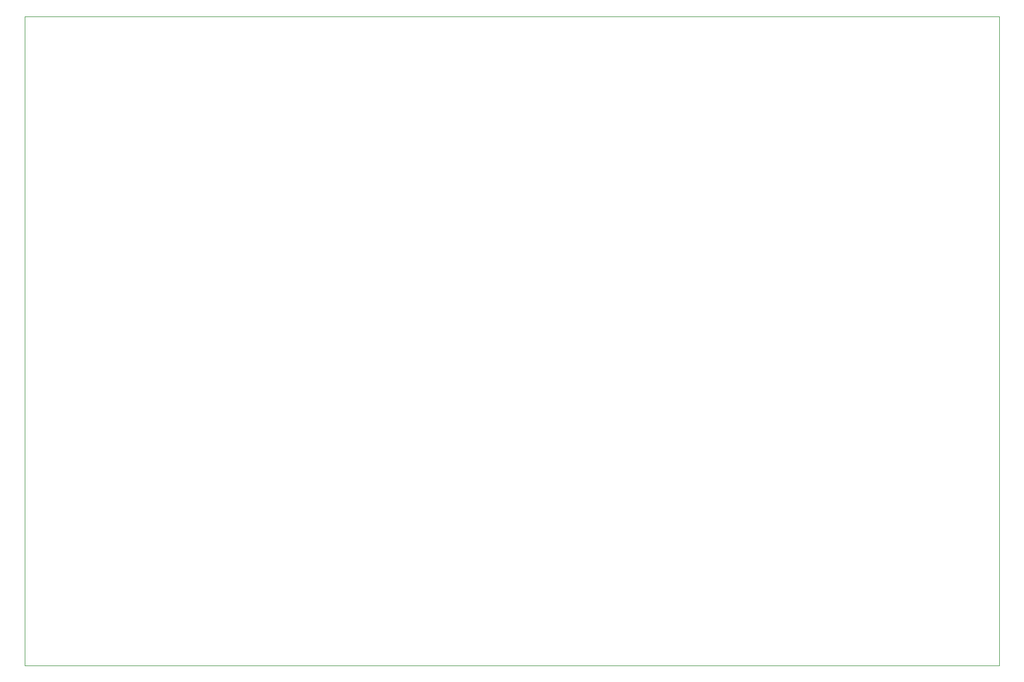
<source format=gbr>
%TF.GenerationSoftware,KiCad,Pcbnew,8.0.1*%
%TF.CreationDate,2024-04-14T04:19:50-04:00*%
%TF.ProjectId,LCC_Booster,4c43435f-426f-46f7-9374-65722e6b6963,rev?*%
%TF.SameCoordinates,Original*%
%TF.FileFunction,Profile,NP*%
%FSLAX46Y46*%
G04 Gerber Fmt 4.6, Leading zero omitted, Abs format (unit mm)*
G04 Created by KiCad (PCBNEW 8.0.1) date 2024-04-14 04:19:50*
%MOMM*%
%LPD*%
G01*
G04 APERTURE LIST*
%TA.AperFunction,Profile*%
%ADD10C,0.050000*%
%TD*%
G04 APERTURE END LIST*
D10*
X20000000Y-20000000D02*
X170000000Y-20000000D01*
X170000000Y-120000000D01*
X20000000Y-120000000D01*
X20000000Y-20000000D01*
M02*

</source>
